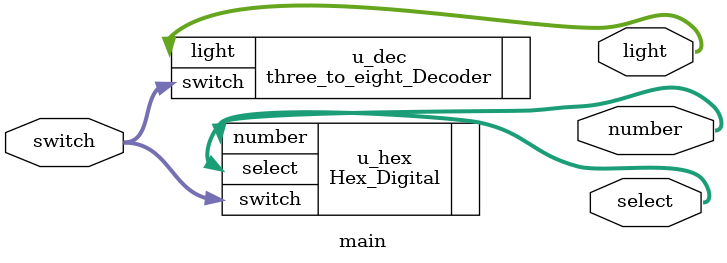
<source format=v>
`timescale 1ns / 1ps
module main(
input					[3:0]		switch,
output				[3:0]		select,
output				[7:0]		number,		//number[7:0] = {a, b, c, d, e, f, g, h}

output				[7:0]		light
);


Hex_Digital				u_hex(
.switch				(switch	),
.select				(select	),
.number				(number	)
);

three_to_eight_Decoder				u_dec(
.switch				(switch	),
.light				(light	)
);


endmodule

</source>
